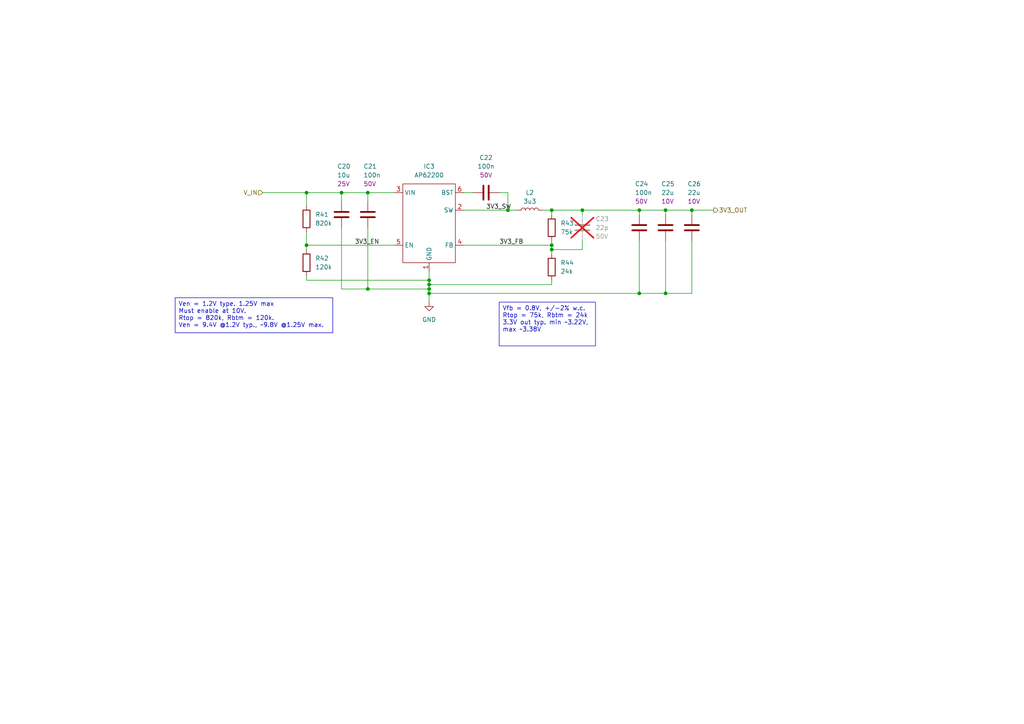
<source format=kicad_sch>
(kicad_sch (version 20250114) (generator "eeschema") (generator_version "9.0")
  (paper "A4")
  (title_block (title "3V3 SMPS") (date "2026-01-08") (rev "2.0-proto-C") (company "Alex Miller & Martin Roger") (comment 1 "https://github.com/martinroger/VXDash"))
  (lib_symbols
    (symbol "VXDash_passives:Cap_MLCC" (pin_numbers (hide yes)) (pin_names (offset 0.254))
      (property "Reference" "C" (at 2.54 2.54 0))
      (property "Value" "Cap_MLCC" (at 2.54 0 0))
      (property "Voltage" "50V" (at 2.54 -2.54 0))
      (symbol "Cap_MLCC_0_1"
        (polyline (pts (xy -2.032 0.762) (xy 2.032 0.762)) (stroke (width 0.508)))
        (polyline (pts (xy -2.032 -0.762) (xy 2.032 -0.762)) (stroke (width 0.508)))
      )
      (symbol "Cap_MLCC_1_1"
        (pin passive line (at 0 3.81 270) (length 2.794) (name "~") (number "1"))
        (pin passive line (at 0 -3.81 90) (length 2.794) (name "~") (number "2"))
      )
    )
    (symbol "VXDash_passives:Ind" (pin_numbers (hide yes)) (pin_names (offset 1.016) (hide yes))
      (property "Reference" "L" (at -2.54 5.08 0))
      (property "Value" "Ind" (at -2.54 2.54 0))
      (symbol "Ind_0_1"
        (arc (start -2.54 0) (mid -1.905 0.6323) (end -1.27 0))
        (arc (start -1.27 0) (mid -0.635 0.6323) (end 0 0))
        (arc (start 0 0) (mid 0.635 0.6323) (end 1.27 0))
        (arc (start 1.27 0) (mid 1.905 0.6323) (end 2.54 0))
      )
      (symbol "Ind_1_1"
        (pin passive line (at -3.81 0 0) (length 1.27) (name "1") (number "1"))
        (pin passive line (at 3.81 0 180) (length 1.27) (name "2") (number "2"))
      )
    )
    (symbol "VXDash_passives:Res" (pin_numbers (hide yes)) (pin_names (offset 0))
      (property "Reference" "R" (at 1.27 1.27 0))
      (property "Value" "Res" (at 1.27 -1.27 0))
      (symbol "Res_0_1"
        (rectangle (start -1.016 -2.54) (end 1.016 2.54) (stroke (width 0.254)))
      )
      (symbol "Res_1_1"
        (pin passive line (at 0 3.81 270) (length 1.27) (name "~") (number "1"))
        (pin passive line (at 0 -3.81 90) (length 1.27) (name "~") (number "2"))
      )
    )
    (symbol "VXDash_regulators:AP62200"
      (property "Reference" "IC2" (at 0 5.08 0))
      (property "Value" "AP62200" (at 0 2.54 0))
      (symbol "AP62200_0_0"
        (pin power_in line (at -10.16 -2.54 0) (length 2.54) (name "VIN") (number "3"))
        (pin input line (at -10.16 -17.78 0) (length 2.54) (name "EN") (number "5"))
        (pin power_in line (at 0 -25.4 90) (length 2.54) (name "GND") (number "1"))
        (pin input line (at 10.16 -2.54 180) (length 2.54) (name "BST") (number "6"))
        (pin output line (at 10.16 -7.62 180) (length 2.54) (name "SW") (number "2"))
        (pin input line (at 10.16 -17.78 180) (length 2.54) (name "FB") (number "4"))
      )
      (symbol "AP62200_0_1"
        (rectangle (start -7.62 0) (end 7.62 -22.86))
      )
    )
    (symbol "power:GND" (power) (pin_numbers (hide yes)) (pin_names (offset 0) (hide yes))
      (property "Value" "GND" (at 0 -3.81 0))
      (symbol "GND_0_1"
        (polyline (pts (xy 0 0) (xy 0 -1.27) (xy 1.27 -1.27) (xy 0 -2.54) (xy -1.27 -1.27) (xy 0 -1.27)))
      )
      (symbol "GND_1_1"
        (pin power_in line (at 0 0 270) (length 0) (name "~") (number "1"))
      )
    )
  )
  (text_box "Ven = 1.2V type. 1.25V max\nMust enable at 10V.\nRtop = 820k, Rbtm = 120k.\nVen = 9.4V @1.2V typ., ~9.8V @1.25V max." (at 50.8 86.36 0) (size 45.72 10.16) (margins 0.9525 0.9525 0.9525 0.9525) (effects (font (size 1.27 1.27)) (justify left top)))
  (text_box "Vfb = 0.8V, +/-2% w.c.\nRtop = 75k, Rbtm = 24k\n3.3V out typ. min ~3.22V, max ~3.38V" (at 144.78 87.63 0) (size 27.94 12.7) (margins 0.9525 0.9525 0.9525 0.9525) (effects (font (size 1.27 1.27)) (justify left top)))
  (junction (at 124.46 81.28))
  (junction (at 193.04 60.96))
  (junction (at 185.42 60.96))
  (junction (at 168.91 60.96))
  (junction (at 124.46 82.55))
  (junction (at 124.46 85.09))
  (junction (at 160.02 71.12))
  (junction (at 106.68 83.82))
  (junction (at 160.02 72.39))
  (junction (at 160.02 60.96))
  (junction (at 99.06 55.88))
  (junction (at 200.66 60.96))
  (junction (at 185.42 85.09))
  (junction (at 106.68 55.88))
  (junction (at 147.32 60.96))
  (junction (at 193.04 85.09))
  (junction (at 88.9 55.88))
  (junction (at 88.9 71.12))
  (junction (at 124.46 83.82))
  (wire (pts (xy 124.46 83.82) (xy 124.46 85.09)))
  (wire (pts (xy 88.9 80.01) (xy 88.9 81.28)))
  (wire (pts (xy 160.02 71.12) (xy 160.02 72.39)))
  (wire (pts (xy 168.91 62.23) (xy 168.91 60.96)))
  (wire (pts (xy 99.06 66.04) (xy 99.06 83.82)))
  (wire (pts (xy 185.42 85.09) (xy 124.46 85.09)))
  (wire (pts (xy 160.02 72.39) (xy 160.02 73.66)))
  (wire (pts (xy 185.42 60.96) (xy 185.42 62.23)))
  (wire (pts (xy 124.46 78.74) (xy 124.46 81.28)))
  (wire (pts (xy 160.02 82.55) (xy 124.46 82.55)))
  (wire (pts (xy 106.68 83.82) (xy 124.46 83.82)))
  (wire (pts (xy 193.04 85.09) (xy 185.42 85.09)))
  (wire (pts (xy 99.06 83.82) (xy 106.68 83.82)))
  (wire (pts (xy 160.02 60.96) (xy 168.91 60.96)))
  (wire (pts (xy 160.02 60.96) (xy 160.02 62.23)))
  (wire (pts (xy 147.32 55.88) (xy 144.78 55.88)))
  (wire (pts (xy 160.02 71.12) (xy 134.62 71.12)))
  (wire (pts (xy 168.91 60.96) (xy 185.42 60.96)))
  (wire (pts (xy 88.9 55.88) (xy 88.9 59.69)))
  (wire (pts (xy 147.32 60.96) (xy 149.86 60.96)))
  (wire (pts (xy 106.68 55.88) (xy 106.68 58.42)))
  (wire (pts (xy 88.9 71.12) (xy 88.9 72.39)))
  (wire (pts (xy 160.02 69.85) (xy 160.02 71.12)))
  (wire (pts (xy 185.42 69.85) (xy 185.42 85.09)))
  (wire (pts (xy 88.9 55.88) (xy 99.06 55.88)))
  (wire (pts (xy 200.66 69.85) (xy 200.66 85.09)))
  (wire (pts (xy 76.2 55.88) (xy 88.9 55.88)))
  (wire (pts (xy 88.9 71.12) (xy 114.3 71.12)))
  (wire (pts (xy 185.42 60.96) (xy 193.04 60.96)))
  (wire (pts (xy 168.91 72.39) (xy 168.91 69.85)))
  (wire (pts (xy 124.46 81.28) (xy 124.46 82.55)))
  (wire (pts (xy 193.04 69.85) (xy 193.04 85.09)))
  (wire (pts (xy 200.66 60.96) (xy 200.66 62.23)))
  (wire (pts (xy 124.46 82.55) (xy 124.46 83.82)))
  (wire (pts (xy 200.66 60.96) (xy 207.01 60.96)))
  (wire (pts (xy 160.02 72.39) (xy 168.91 72.39)))
  (wire (pts (xy 193.04 60.96) (xy 200.66 60.96)))
  (wire (pts (xy 88.9 67.31) (xy 88.9 71.12)))
  (wire (pts (xy 106.68 66.04) (xy 106.68 83.82)))
  (wire (pts (xy 147.32 60.96) (xy 147.32 55.88)))
  (wire (pts (xy 99.06 55.88) (xy 106.68 55.88)))
  (wire (pts (xy 99.06 55.88) (xy 99.06 58.42)))
  (wire (pts (xy 106.68 55.88) (xy 114.3 55.88)))
  (wire (pts (xy 134.62 60.96) (xy 147.32 60.96)))
  (wire (pts (xy 157.48 60.96) (xy 160.02 60.96)))
  (wire (pts (xy 200.66 85.09) (xy 193.04 85.09)))
  (wire (pts (xy 124.46 85.09) (xy 124.46 87.63)))
  (wire (pts (xy 160.02 81.28) (xy 160.02 82.55)))
  (wire (pts (xy 193.04 60.96) (xy 193.04 62.23)))
  (wire (pts (xy 88.9 81.28) (xy 124.46 81.28)))
  (wire (pts (xy 134.62 55.88) (xy 137.16 55.88)))
  (label "3V3_EN" (at 102.87 71.12 0))
  (label "3V3_SW" (at 140.97 60.96 0))
  (label "3V3_FB" (at 144.78 71.12 0))
  (hierarchical_label "3V3_OUT" (shape output) (at 207.01 60.96 0))
  (hierarchical_label "V_IN" (shape input) (at 76.2 55.88 180))
  (symbol (lib_id "power:GND") (at 124.46 87.63 0) (unit 1)
    (property "Reference" "#PWR044" (effects (hide yes)))
    (property "Value" "GND" (at 124.46 92.71 0))
    (property "Description" "Power symbol creates a global label with name \"GND\" , ground" (effects (hide yes)))
  )
  (symbol (lib_id "VXDash_regulators:AP62200") (at 124.46 53.34 0) (unit 1)
    (property "Reference" "IC3" (at 124.46 48.26 0))
    (property "Value" "AP62200" (at 124.46 50.8 0))
    (property "Footprint" "Package_TO_SOT_SMD:TSOT-23-6_HandSoldering" (effects (hide yes)))
    (property "Datasheet" "https://www.diodes.com/assets/Datasheets/AP62200_AP62201_AP62200T.pdf" (effects (hide yes)))
    (property "Description" "4.2V to 18V input, 2A low Iq Sync" (effects (hide yes)))
    (property "MFT" "Diodes Inc" (effects (hide yes)))
    (property "MFT_PN" "AP62200WU-7" (effects (hide yes)))
    (property "LCSC" "C1323282" (effects (hide yes)))
    (property "LCSC alt" "C1323282" (effects (hide yes)))
  )
  (symbol (lib_id "VXDash_passives:Cap_MLCC") (at 168.91 66.04 0) (unit 1) (dnp yes)
    (property "Reference" "C23" (at 172.72 63.4999 0) (effects (justify left)))
    (property "Value" "22p" (at 172.72 66.0399 0) (effects (justify left)))
    (property "Footprint" "Capacitor_SMD:C_0402_1005Metric_Pad0.74x0.62mm_HandSolder" (effects (hide yes)))
    (property "Datasheet" "http://datasheet.octopart.com/C0402C220J5GAC7411-KEMET-datasheet-137357759.pdf" (effects (hide yes)))
    (property "Voltage" "50V" (at 172.72 68.5799 0) (effects (justify left)))
    (property "Tol" "10%" (effects (hide yes)))
    (property "Dielectric" "C0G/NP0" (effects (hide yes)))
    (property "MFT" "KEMET" (effects (hide yes)))
    (property "MFT_PN" "C0402C220J5GAC7411" (effects (hide yes)))
    (property "LCSC" "C1882706" (effects (hide yes)))
  )
  (symbol (lib_id "VXDash_passives:Res") (at 160.02 77.47 0) (unit 1)
    (property "Reference" "R44" (at 162.56 76.1999 0) (effects (justify left)))
    (property "Value" "24k" (at 162.56 78.7399 0) (effects (justify left)))
    (property "Footprint" "Resistor_SMD:R_0603_1608Metric_Pad0.98x0.95mm_HandSolder" (effects (hide yes)))
    (property "Datasheet" "http://datasheet.octopart.com/RC0603FR-0724KL-Yageo-datasheet-103092701.pdf" (effects (hide yes)))
    (property "Tol" "1%" (effects (hide yes)))
    (property "Power" "100mW" (effects (hide yes)))
    (property "MFT" "Yageo" (effects (hide yes)))
    (property "MFT_PN" "RC0603FR-0724KL" (effects (hide yes)))
    (property "LCSC" "C137760" (effects (hide yes)))
  )
  (symbol (lib_id "VXDash_passives:Cap_MLCC") (at 99.06 62.23 0) (mirror x) (unit 1)
    (property "Reference" "C20" (at 97.79 48.26 0) (effects (justify left)))
    (property "Value" "10u" (at 97.79 50.8 0) (effects (justify left)))
    (property "Footprint" "Capacitor_SMD:C_1206_3216Metric_Pad1.33x1.80mm_HandSolder" (effects (hide yes)))
    (property "Datasheet" "http://datasheet.octopart.com/CL31B106KAHNNNE-Samsung-Electro-Mechanics-datasheet-136482614.pdf" (effects (hide yes)))
    (property "MFT" "Samsung Electro-Mechanics" (effects (hide yes)))
    (property "MFT_PN" "CL31B106KAHNNNE" (effects (hide yes)))
    (property "Dielectric" "X7R" (effects (hide yes)))
    (property "Tol" "10%" (effects (hide yes)))
    (property "Voltage" "25V" (at 97.79 53.34 0) (effects (justify left)))
    (property "LCSC" "C14860" (effects (hide yes)))
  )
  (symbol (lib_id "VXDash_passives:Res") (at 160.02 66.04 0) (unit 1)
    (property "Reference" "R43" (at 162.56 64.7699 0) (effects (justify left)))
    (property "Value" "75k" (at 162.56 67.3099 0) (effects (justify left)))
    (property "Footprint" "Resistor_SMD:R_0603_1608Metric_Pad0.98x0.95mm_HandSolder" (effects (hide yes)))
    (property "Datasheet" "http://datasheet.octopart.com/RC0603FR-0775KL-Yageo-datasheet-103092701.pdf" (effects (hide yes)))
    (property "Tol" "1%" (effects (hide yes)))
    (property "Power" "100mW" (effects (hide yes)))
    (property "MFT" "Yageo" (effects (hide yes)))
    (property "MFT_PN" "RC0603FR-0775KL" (effects (hide yes)))
    (property "LCSC" "C114636" (effects (hide yes)))
  )
  (symbol (lib_id "VXDash_passives:Res") (at 88.9 63.5 0) (unit 1)
    (property "Reference" "R41" (at 91.44 62.2299 0) (effects (justify left)))
    (property "Value" "820k" (at 91.44 64.7699 0) (effects (justify left)))
    (property "Footprint" "Resistor_SMD:R_0603_1608Metric_Pad0.98x0.95mm_HandSolder" (effects (hide yes)))
    (property "Datasheet" "http://datasheet.octopart.com/RC0603FR-07820KL-Yageo-datasheet-141265859.pdf" (effects (hide yes)))
    (property "Tol" "1%" (effects (hide yes)))
    (property "Power" "100mW" (effects (hide yes)))
    (property "MFT" "Yageo" (effects (hide yes)))
    (property "MFT_PN" "RC0603FR-07820KL" (effects (hide yes)))
    (property "LCSC" "C141684" (effects (hide yes)))
  )
  (symbol (lib_id "VXDash_passives:Cap_MLCC") (at 200.66 66.04 0) (unit 1)
    (property "Reference" "C26" (at 199.39 53.34 0) (effects (justify left)))
    (property "Value" "22u" (at 199.39 55.88 0) (effects (justify left)))
    (property "Footprint" "Capacitor_SMD:C_1206_3216Metric_Pad1.33x1.80mm_HandSolder" (effects (hide yes)))
    (property "Datasheet" "http://datasheet.octopart.com/CL31B226KPHNNNE-Samsung-Electro-Mechanics-datasheet-137700097.pdf" (effects (hide yes)))
    (property "Voltage" "10V" (at 199.39 58.42 0) (effects (justify left)))
    (property "Tol" "20%" (effects (hide yes)))
    (property "Dielectric" "X7R" (effects (hide yes)))
    (property "MFT" "Samsung Electro-Mechanics" (effects (hide yes)))
    (property "MFT_PN" "CL31B226KPHNNNE" (effects (hide yes)))
    (property "LCSC" "C87996" (effects (hide yes)))
  )
  (symbol (lib_id "VXDash_passives:Cap_MLCC") (at 193.04 66.04 0) (unit 1)
    (property "Reference" "C25" (at 191.77 53.34 0) (effects (justify left)))
    (property "Value" "22u" (at 191.77 55.88 0) (effects (justify left)))
    (property "Footprint" "Capacitor_SMD:C_1206_3216Metric_Pad1.33x1.80mm_HandSolder" (effects (hide yes)))
    (property "Datasheet" "http://datasheet.octopart.com/CL31B226KPHNNNE-Samsung-Electro-Mechanics-datasheet-137700097.pdf" (effects (hide yes)))
    (property "Voltage" "10V" (at 191.77 58.42 0) (effects (justify left)))
    (property "Tol" "20%" (effects (hide yes)))
    (property "Dielectric" "X7R" (effects (hide yes)))
    (property "MFT" "Samsung Electro-Mechanics" (effects (hide yes)))
    (property "MFT_PN" "CL31B226KPHNNNE" (effects (hide yes)))
    (property "LCSC" "C87996" (effects (hide yes)))
  )
  (symbol (lib_id "VXDash_passives:Ind") (at 153.67 60.96 0) (unit 1)
    (property "Reference" "L2" (at 153.67 55.88 0))
    (property "Value" "3u3" (at 153.67 58.42 0))
    (property "Footprint" "Inductor_SMD:L_Taiyo-Yuden_NR-50xx_HandSoldering" (effects (hide yes)))
    (property "Datasheet" "https://www.mouser.co.uk/datasheet/2/396/wound04_e-1290968.pdf" (effects (hide yes)))
    (property "MFT" "Taiyo Yuden" (effects (hide yes)))
    (property "MFT_PN" "NRS5030T3R3MMGJ" (effects (hide yes)))
    (property "Irated" "3A" (effects (hide yes)))
    (property "Isat" "3.6A" (effects (hide yes)))
    (property "DCR" "30mOhm" (effects (hide yes)))
    (property "Tol" "20%" (effects (hide yes)))
    (property "LCSC" "C222937" (effects (hide yes)))
  )
  (symbol (lib_id "VXDash_passives:Res") (at 88.9 76.2 0) (unit 1)
    (property "Reference" "R42" (at 91.44 74.9299 0) (effects (justify left)))
    (property "Value" "120k" (at 91.44 77.4699 0) (effects (justify left)))
    (property "Footprint" "Resistor_SMD:R_0603_1608Metric_Pad0.98x0.95mm_HandSolder" (effects (hide yes)))
    (property "Datasheet" "http://datasheet.octopart.com/RC0603FR-07120KL-Yageo-datasheet-103092701.pdf" (effects (hide yes)))
    (property "Tol" "1%" (effects (hide yes)))
    (property "Power" "100mW" (effects (hide yes)))
    (property "MFT" "Yageo" (effects (hide yes)))
    (property "MFT_PN" "RC0603FR-07120KL" (effects (hide yes)))
    (property "LCSC" "C114607" (effects (hide yes)))
  )
  (symbol (lib_id "VXDash_passives:Cap_MLCC") (at 106.68 62.23 0) (mirror x) (unit 1)
    (property "Reference" "C21" (at 105.41 48.26 0) (effects (justify left)))
    (property "Value" "100n" (at 105.41 50.8 0) (effects (justify left)))
    (property "Footprint" "Capacitor_SMD:C_0603_1608Metric_Pad1.08x0.95mm_HandSolder" (effects (hide yes)))
    (property "Datasheet" "http://datasheet.octopart.com/CL10B104KB8NNWC-Samsung-datasheet-8326407.pdf" (effects (hide yes)))
    (property "MFT" "Samsung Electro-Mechanics" (effects (hide yes)))
    (property "MFT_PN" "CL10B104KB8NNWC" (effects (hide yes)))
    (property "Dielectric" "X7R" (effects (hide yes)))
    (property "Tol" "10%" (effects (hide yes)))
    (property "Voltage" "50V" (at 105.41 53.34 0) (effects (justify left)))
    (property "LCSC" "C16194176" (effects (hide yes)))
  )
  (symbol (lib_id "VXDash_passives:Cap_MLCC") (at 140.97 55.88 270) (mirror x) (unit 1)
    (property "Reference" "C22" (at 140.97 45.72 90))
    (property "Value" "100n" (at 140.97 48.26 90))
    (property "Footprint" "Capacitor_SMD:C_0603_1608Metric_Pad1.08x0.95mm_HandSolder" (effects (hide yes)))
    (property "Datasheet" "http://datasheet.octopart.com/CL10B104KB8NNWC-Samsung-datasheet-8326407.pdf" (effects (hide yes)))
    (property "MFT" "Samsung Electro-Mechanics" (effects (hide yes)))
    (property "MFT_PN" "CL10B104KB8NNWC" (effects (hide yes)))
    (property "Dielectric" "X7R" (effects (hide yes)))
    (property "Tol" "10%" (effects (hide yes)))
    (property "Voltage" "50V" (at 140.97 50.8 90))
    (property "LCSC" "C16194176" (effects (hide yes)))
  )
  (symbol (lib_id "VXDash_passives:Cap_MLCC") (at 185.42 66.04 0) (mirror x) (unit 1)
    (property "Reference" "C24" (at 184.15 53.34 0) (effects (justify left)))
    (property "Value" "100n" (at 184.15 55.88 0) (effects (justify left)))
    (property "Footprint" "Capacitor_SMD:C_0603_1608Metric_Pad1.08x0.95mm_HandSolder" (effects (hide yes)))
    (property "Datasheet" "http://datasheet.octopart.com/CL10B104KB8NNWC-Samsung-datasheet-8326407.pdf" (effects (hide yes)))
    (property "MFT" "Samsung Electro-Mechanics" (effects (hide yes)))
    (property "MFT_PN" "CL10B104KB8NNWC" (effects (hide yes)))
    (property "Dielectric" "X7R" (effects (hide yes)))
    (property "Tol" "10%" (effects (hide yes)))
    (property "Voltage" "50V" (at 184.15 58.42 0) (effects (justify left)))
    (property "LCSC" "C16194176" (effects (hide yes)))
  )
)
</source>
